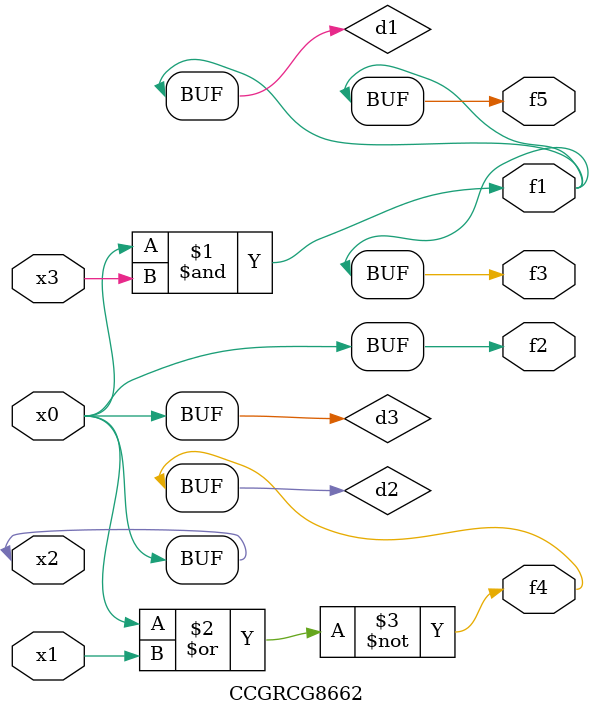
<source format=v>
module CCGRCG8662(
	input x0, x1, x2, x3,
	output f1, f2, f3, f4, f5
);

	wire d1, d2, d3;

	and (d1, x2, x3);
	nor (d2, x0, x1);
	buf (d3, x0, x2);
	assign f1 = d1;
	assign f2 = d3;
	assign f3 = d1;
	assign f4 = d2;
	assign f5 = d1;
endmodule

</source>
